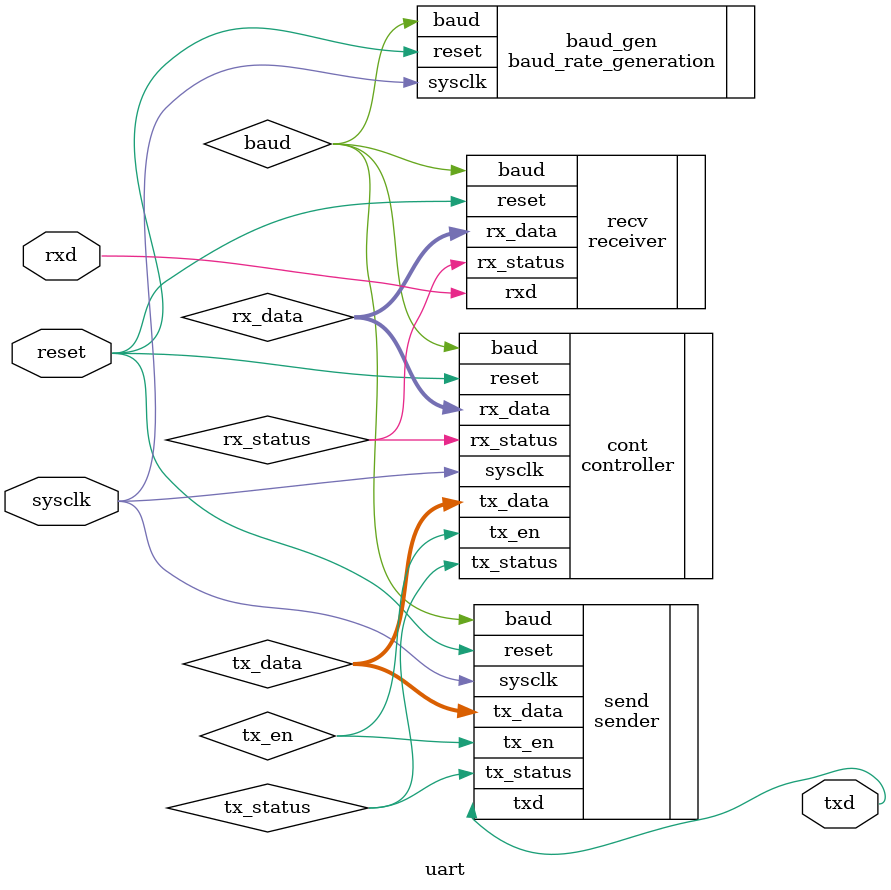
<source format=v>
module uart(txd,rxd,sysclk,reset);
output txd;
input rxd;
input sysclk,reset;
wire [7:0] tx_data,rx_data;
baud_rate_generation baud_gen(.baud(baud),.sysclk(sysclk),.reset(reset));

receiver recv(.rx_data(rx_data),.rx_status(rx_status),.baud(baud),.rxd(rxd),.reset(reset));
controller cont(.tx_data(tx_data),.tx_en(tx_en),.baud(baud),.tx_status(tx_status),.rx_status(rx_status),.rx_data(rx_data),.reset(reset),.sysclk(sysclk));
sender send(.txd(txd),.tx_status(tx_status),.tx_en(tx_en),.tx_data(tx_data),.reset(reset),.baud(baud),.sysclk(sysclk));

endmodule

</source>
